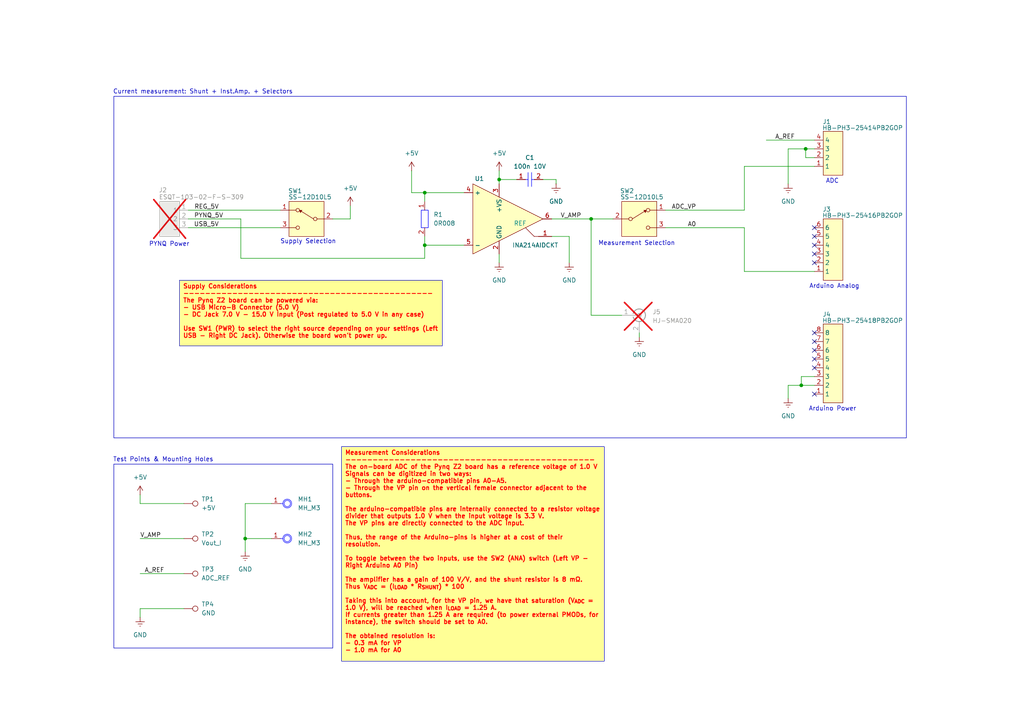
<source format=kicad_sch>
(kicad_sch (version 20231120) (generator "eeschema") (generator_version "8.0")
  (paper "A4")
  (title_block (title "Pynq Power Ranger") (date "2024-06-19") (rev "0") (company "EPFL, Embedded Systems Laboratory") (comment 1 "Author: Taraneh Aminosharieh Najafi") (comment 2 "Author: Miguel Peón Quirós") (comment 3 "Author: Ruben Rodriguez Alvarez") (comment 4 "Author: Alejandro Lopez Rodriguez"))
  (lib_symbols
    (symbol "PYNQ_SchLib:C0805C104M3RACTU"
      (property "Reference" "C" (at -4.826 5.588 0))
      (property "Value" "100n 10V" (at -4.826 3.302 0))
      (symbol "C0805C104M3RACTU_1_1"
        (polyline (pts (xy -1.27 0) (xy -0.508 0)) (stroke (width 0) (color 0 0 255 1)))
        (polyline (pts (xy -0.508 2.032) (xy -0.508 -2.032)) (stroke (width 0) (color 0 0 255 1)))
        (polyline (pts (xy 0.508 2.032) (xy 0.508 -2.032)) (stroke (width 0) (color 0 0 255 1)))
        (polyline (pts (xy 1.27 0) (xy 0.508 0)) (stroke (width 0) (color 0 0 255 1)))
        (pin passive line (at -3.81 0 0) (length 2.54) (name "") (number "1"))
        (pin passive line (at 3.81 0 180) (length 2.54) (name "") (number "2"))
      )
    )
    (symbol "PYNQ_SchLib:ESQT-103-02-F-S-309"
      (property "Reference" "J" (at 0.254 2.794 0))
      (property "Value" "ESQT-103-02-F-S-309" (at 11.938 1.016 0))
      (symbol "ESQT-103-02-F-S-309_0_1"
        (rectangle (start 0 0) (end 5.715 -10.16) (stroke (width 0) (color 128 0 0 1)) (fill (type background)))
      )
      (symbol "ESQT-103-02-F-S-309_1_1"
        (pin passive line (at -2.54 -2.54 0) (length 2.54) (name "1") (number "1"))
        (pin passive line (at -2.54 -5.08 0) (length 2.54) (name "2") (number "2"))
        (pin passive line (at -2.54 -7.62 0) (length 2.54) (name "3") (number "3"))
      )
    )
    (symbol "PYNQ_SchLib:HB-PH3-25414PB2GOP"
      (property "Reference" "J" (at 0.254 2.794 0))
      (property "Value" "HB-PH3-25414PB2GOP" (at 11.43 1.016 0))
      (symbol "HB-PH3-25414PB2GOP_0_1"
        (rectangle (start 0 0) (end 5.715 -12.7) (stroke (width 0) (color 128 0 0 1)) (fill (type background)))
      )
      (symbol "HB-PH3-25414PB2GOP_1_1"
        (pin passive line (at -2.54 -2.54 0) (length 2.54) (name "1") (number "1"))
        (pin passive line (at -2.54 -5.08 0) (length 2.54) (name "2") (number "2"))
        (pin passive line (at -2.54 -7.62 0) (length 2.54) (name "3") (number "3"))
        (pin passive line (at -2.54 -10.16 0) (length 2.54) (name "4") (number "4"))
      )
    )
    (symbol "PYNQ_SchLib:HB-PH3-25416PB2GOP"
      (property "Reference" "J" (at 0.254 2.794 0))
      (property "Value" "HB-PH3-25416PB2GOP" (at 11.43 1.016 0))
      (symbol "HB-PH3-25416PB2GOP_0_1"
        (rectangle (start 0 0) (end 5.715 -17.78) (stroke (width 0) (color 128 0 0 1)) (fill (type background)))
      )
      (symbol "HB-PH3-25416PB2GOP_1_1"
        (pin passive line (at -2.54 -2.54 0) (length 2.54) (name "1") (number "1"))
        (pin passive line (at -2.54 -5.08 0) (length 2.54) (name "2") (number "2"))
        (pin passive line (at -2.54 -7.62 0) (length 2.54) (name "3") (number "3"))
        (pin passive line (at -2.54 -10.16 0) (length 2.54) (name "4") (number "4"))
        (pin passive line (at -2.54 -12.7 0) (length 2.54) (name "5") (number "5"))
        (pin passive line (at -2.54 -15.24 0) (length 2.54) (name "6") (number "6"))
      )
    )
    (symbol "PYNQ_SchLib:HB-PH3-25418PB2GOP"
      (property "Reference" "J" (at 0.508 2.794 0))
      (property "Value" "HB-PH3-25418PB2GOP" (at 11.684 1.016 0))
      (symbol "HB-PH3-25418PB2GOP_0_1"
        (rectangle (start 0 0) (end 5.715 -22.86) (stroke (width 0) (color 128 0 0 1)) (fill (type background)))
      )
      (symbol "HB-PH3-25418PB2GOP_1_1"
        (pin passive line (at -2.54 -2.54 0) (length 2.54) (name "1") (number "1"))
        (pin passive line (at -2.54 -5.08 0) (length 2.54) (name "2") (number "2"))
        (pin passive line (at -2.54 -7.62 0) (length 2.54) (name "3") (number "3"))
        (pin passive line (at -2.54 -10.16 0) (length 2.54) (name "4") (number "4"))
        (pin passive line (at -2.54 -12.7 0) (length 2.54) (name "5") (number "5"))
        (pin passive line (at -2.54 -15.24 0) (length 2.54) (name "6") (number "6"))
        (pin passive line (at -2.54 -17.78 0) (length 2.54) (name "7") (number "7"))
        (pin passive line (at -2.54 -20.32 0) (length 2.54) (name "8") (number "8"))
      )
    )
    (symbol "PYNQ_SchLib:HJ-SMA020"
      (property "Reference" "J" (at -4.826 5.588 0))
      (property "Value" "HJ-SMA020" (at -4.826 3.302 0))
      (symbol "HJ-SMA020_0_1"
        (arc (start -1.778 -0.508) (mid 0.2311 -1.8066) (end 1.778 0) (stroke (width 0.254)))
        (polyline (pts (xy -2.54 0) (xy -0.508 0)))
        (polyline (pts (xy 0 -2.54) (xy 0 -1.778)))
        (circle (center 0 0) (radius 0.508) (stroke (width 0.2032)))
        (arc (start 1.778 0) (mid 0.2099 1.8101) (end -1.778 0.508) (stroke (width 0.254)))
      )
      (symbol "HJ-SMA020_1_1"
        (pin passive line (at -5.08 0 0) (length 2.54) (name "~") (number "1"))
        (pin passive line (at 0 -5.08 90) (length 2.54) (name "~") (number "2"))
      )
    )
    (symbol "PYNQ_SchLib:INA214AIDCKT"
      (property "Reference" "U" (at 0.508 2.794 0))
      (property "Value" "INA214AIDCKT" (at 17.018 -18.542 0))
      (symbol "INA214AIDCKT_0_1"
        (polyline (pts (xy 15.24 -12.7) (xy 17.78 -15.24)))
      )
      (symbol "INA214AIDCKT_1_1"
        (polyline (pts (xy 19.05 -15.24) (xy 17.78 -15.24)))
        (polyline (pts (xy 0 0) (xy 0 -20.32) (xy 20.32 -10.16) (xy 0 0)) (stroke (width 0) (color 128 0 0 1)) (fill (type background)))
        (text "REF" (at 13.716 -11.43 0) (effects (font (size 1.27 1.27))))
        (pin passive line (at 22.86 -15.24 180) (length 3.81) (name "~") (number "1"))
        (pin input line (at 7.62 -20.32 90) (length 3.81) (name "GND") (number "2"))
        (pin input line (at 7.62 0 270) (length 3.81) (name "+VS") (number "3"))
        (pin input line (at -2.54 -2.54 0) (length 2.54) (name "+") (number "4"))
        (pin input line (at -2.54 -17.78 0) (length 2.54) (name "-") (number "5"))
        (pin output line (at 22.86 -10.16 180) (length 2.54) (name "~") (number "6"))
      )
    )
    (symbol "PYNQ_SchLib:MH_M3"
      (property "Reference" "MH" (at -1.524 4.826 0))
      (property "Value" "MH_M3" (at -1.524 3.048 0))
      (symbol "MH_M3_0_1"
        (polyline (pts (xy -1.27 0) (xy -0.508 0)) (stroke (width 0) (color 0 0 255 1)))
        (circle (center 0.762 0) (radius 0.9158) (stroke (width 0) (color 0 0 255 1)))
        (circle (center 0.762 0) (radius 1.27) (stroke (width 0) (color 0 0 255 1)))
      )
      (symbol "MH_M3_1_1"
        (pin passive line (at -3.81 0 0) (length 2.54) (name "") (number "1"))
      )
    )
    (symbol "PYNQ_SchLib:PA0805FRE470R008L"
      (property "Reference" "R" (at -2.794 5.334 0))
      (property "Value" "0R008" (at -2.794 3.048 0))
      (symbol "PA0805FRE470R008L_0_1"
        (rectangle (start -2.54 1.016) (end 2.54 -1.016) (stroke (width 0) (color 0 0 255 1)))
      )
      (symbol "PA0805FRE470R008L_1_1"
        (pin passive line (at -5.08 0 0) (length 2.54) (name "") (number "1"))
        (pin passive line (at 5.08 0 180) (length 2.54) (name "") (number "2"))
      )
    )
    (symbol "PYNQ_SchLib:SS-12D10L5 "
      (property "Reference" "SW" (at 1.016 3.048 0))
      (property "Value" "SS-12D10L5 " (at 6.35 1.27 0))
      (symbol "SS-12D10L5 _0_1"
        (rectangle (start 0 0) (end 10.16 -10.16) (stroke (width 0) (color 128 0 0 1)) (fill (type background)))
        (circle (center 2.54 -7.62) (radius 0.508))
        (circle (center 2.54 -2.54) (radius 0.508))
        (circle (center 7.62 -5.08) (radius 0.508))
      )
      (symbol "SS-12D10L5 _1_1"
        (polyline (pts (xy 0 -7.62) (xy 2.032 -7.62)))
        (polyline (pts (xy 0 -2.54) (xy 2.032 -2.54)))
        (polyline (pts (xy 7.112 -5.08) (xy 3.048 -2.54)))
        (polyline (pts (xy 10.16 -5.08) (xy 8.128 -5.08)))
        (polyline (pts (xy 3.81 -2.54) (xy 3.302 -3.302) (xy 3.048 -2.54) (xy 3.81 -2.54)) (stroke (width 0.0508)) (fill (type color) (color 132 0 0 1)))
        (pin passive line (at -2.54 -2.54 0) (length 2.54) (name "~") (number "1"))
        (pin passive line (at 12.7 -5.08 180) (length 2.54) (name "~") (number "2"))
        (pin passive line (at -2.54 -7.62 0) (length 2.54) (name "~") (number "3"))
      )
    )
    (symbol "PYNQ_SchLib:TestPoint" (pin_numbers hide) (pin_names (offset 0.762) hide)
      (property "Reference" "TP" (at 0 6.858 0))
      (property "Value" "TestPoint" (at 0 5.08 0))
      (symbol "TestPoint_0_1"
        (circle (center 0 3.302) (radius 0.762))
      )
      (symbol "TestPoint_1_1"
        (pin passive line (at 0 0 90) (length 2.54) (name "1") (number "1"))
      )
    )
    (symbol "power:+3.3V" (power) (pin_numbers hide) (pin_names (offset 0) hide)
      (property "Value" "+3.3V" (at 0 3.556 0))
      (symbol "+3.3V_0_1"
        (polyline (pts (xy -0.762 1.27) (xy 0 2.54)))
        (polyline (pts (xy 0 0) (xy 0 2.54)))
        (polyline (pts (xy 0 2.54) (xy 0.762 1.27)))
      )
      (symbol "+3.3V_1_1"
        (pin power_in line (at 0 0 90) (length 0) (name "~") (number "1"))
      )
    )
    (symbol "power:Earth" (power) (pin_numbers hide) (pin_names (offset 0) hide)
      (property "Value" "Earth" (at 0 -3.81 0))
      (symbol "Earth_0_1"
        (polyline (pts (xy -0.635 -1.905) (xy 0.635 -1.905)))
        (polyline (pts (xy -0.127 -2.54) (xy 0.127 -2.54)))
        (polyline (pts (xy 0 -1.27) (xy 0 0)))
        (polyline (pts (xy 1.27 -1.27) (xy -1.27 -1.27)))
      )
      (symbol "Earth_1_1"
        (pin power_in line (at 0 0 270) (length 0) (name "~") (number "1"))
      )
    )
  )
  (junction (at 123.19 71.12))
  (junction (at 233.68 43.18))
  (junction (at 144.78 52.07))
  (junction (at 232.41 111.76))
  (junction (at 71.12 156.21))
  (junction (at 171.45 63.5))
  (junction (at 123.19 55.88))
  (no_connect (at 236.22 106.68))
  (no_connect (at 236.22 114.3))
  (no_connect (at 236.22 76.2))
  (no_connect (at 236.22 66.04))
  (no_connect (at 236.22 99.06))
  (no_connect (at 236.22 104.14))
  (no_connect (at 236.22 101.6))
  (no_connect (at 236.22 96.52))
  (no_connect (at 236.22 68.58))
  (no_connect (at 236.22 73.66))
  (no_connect (at 236.22 71.12))
  (wire (pts (xy 236.22 48.26) (xy 215.9 48.26)))
  (wire (pts (xy 101.6 59.69) (xy 101.6 63.5)))
  (wire (pts (xy 228.6 53.34) (xy 228.6 43.18)))
  (wire (pts (xy 134.62 55.88) (xy 123.19 55.88)))
  (wire (pts (xy 165.1 68.58) (xy 160.02 68.58)))
  (wire (pts (xy 177.8 63.5) (xy 171.45 63.5)))
  (wire (pts (xy 71.12 156.21) (xy 71.12 160.02)))
  (wire (pts (xy 123.19 71.12) (xy 123.19 68.58)))
  (wire (pts (xy 236.22 109.22) (xy 232.41 109.22)))
  (wire (pts (xy 134.62 71.12) (xy 123.19 71.12)))
  (wire (pts (xy 193.04 66.04) (xy 215.9 66.04)))
  (wire (pts (xy 54.61 66.04) (xy 81.28 66.04)))
  (wire (pts (xy 123.19 71.12) (xy 123.19 74.93)))
  (wire (pts (xy 144.78 49.53) (xy 144.78 52.07)))
  (wire (pts (xy 54.61 63.5) (xy 69.85 63.5)))
  (wire (pts (xy 185.42 96.52) (xy 185.42 97.79)))
  (wire (pts (xy 157.48 52.07) (xy 161.29 52.07)))
  (wire (pts (xy 144.78 52.07) (xy 144.78 53.34)))
  (wire (pts (xy 171.45 91.44) (xy 171.45 63.5)))
  (wire (pts (xy 232.41 111.76) (xy 228.6 111.76)))
  (wire (pts (xy 236.22 111.76) (xy 232.41 111.76)))
  (wire (pts (xy 228.6 43.18) (xy 233.68 43.18)))
  (wire (pts (xy 96.52 63.5) (xy 101.6 63.5)))
  (wire (pts (xy 123.19 74.93) (xy 69.85 74.93)))
  (wire (pts (xy 69.85 74.93) (xy 69.85 63.5)))
  (wire (pts (xy 232.41 109.22) (xy 232.41 111.76)))
  (wire (pts (xy 171.45 63.5) (xy 160.02 63.5)))
  (wire (pts (xy 40.64 156.21) (xy 53.34 156.21)))
  (wire (pts (xy 180.34 91.44) (xy 171.45 91.44)))
  (wire (pts (xy 193.04 60.96) (xy 215.9 60.96)))
  (wire (pts (xy 40.64 146.05) (xy 53.34 146.05)))
  (wire (pts (xy 40.64 176.53) (xy 40.64 179.07)))
  (wire (pts (xy 236.22 45.72) (xy 233.68 45.72)))
  (wire (pts (xy 215.9 60.96) (xy 215.9 48.26)))
  (wire (pts (xy 144.78 52.07) (xy 149.86 52.07)))
  (wire (pts (xy 233.68 43.18) (xy 233.68 45.72)))
  (wire (pts (xy 123.19 55.88) (xy 123.19 58.42)))
  (wire (pts (xy 215.9 78.74) (xy 236.22 78.74)))
  (wire (pts (xy 78.74 156.21) (xy 71.12 156.21)))
  (wire (pts (xy 40.64 143.51) (xy 40.64 146.05)))
  (wire (pts (xy 71.12 146.05) (xy 71.12 156.21)))
  (wire (pts (xy 165.1 76.2) (xy 165.1 68.58)))
  (wire (pts (xy 228.6 115.57) (xy 228.6 111.76)))
  (wire (pts (xy 215.9 66.04) (xy 215.9 78.74)))
  (wire (pts (xy 144.78 73.66) (xy 144.78 76.2)))
  (wire (pts (xy 54.61 60.96) (xy 81.28 60.96)))
  (wire (pts (xy 222.25 40.64) (xy 236.22 40.64)))
  (wire (pts (xy 78.74 146.05) (xy 71.12 146.05)))
  (wire (pts (xy 236.22 43.18) (xy 233.68 43.18)))
  (wire (pts (xy 119.38 55.88) (xy 123.19 55.88)))
  (wire (pts (xy 40.64 176.53) (xy 53.34 176.53)))
  (wire (pts (xy 40.64 166.37) (xy 53.34 166.37)))
  (wire (pts (xy 119.38 49.53) (xy 119.38 55.88)))
  (wire (pts (xy 161.29 52.07) (xy 161.29 53.34)))
  (rectangle (start 33.02 27.94) (end 262.89 127))
  (rectangle (start 33.02 134.62) (end 96.52 187.96))
  (text_box "Supply Considerations\n----------------------------------------------\nThe Pynq Z2 board can be powered via:\n- USB Micro-B Connector (5.0 V)\n- DC Jack 7.0 V - 15.0 V Input (Post regulated to 5.0 V in any case)\n\nUse SW1 (PWR) to select the right source depending on your settings (Left USB - Right DC Jack). Otherwise the board won't power up.\n\n" (at 52.07 81.28 0) (size 76.2 19.05) (fill (type color) (color 255 255 150 1)) (effects (font (size 1.27 1.27) (thickness 0.254) (bold yes)) (justify left top)))
  (text_box "Measurement Considerations\n----------------------------------------------\nThe on-board ADC of the Pynq Z2 board has a reference voltage of 1.0 V\nSignals can be digitized in two ways:\n- Through the arduino-compatible pins A0-A5.\n- Through the VP pin on the vertical female connector adjacent to the buttons.\n\nThe arduino-compatible pins are internally connected to a resistor voltage divider that outputs 1.0 V when the input voltage is 3.3 V.\nThe VP pins are directly connected to the ADC input.\n\nThus, the range of the Arduino-pins is higher at a cost of their resolution.\n\nTo toggle between the two inputs, use the SW2 (ANA) switch (Left VP - Right Arduino A0 Pin)\n\nThe amplifier has a gain of 100 V/V, and the shunt resistor is 8 mΩ. \nThus V_{ADC} = (I_{LOAD} * R_{SHUNT}) * 100\n\nTaking this into account, for the VP pin, we have that saturation (V_{ADC} = 1.0 V), will be reached when I_{LOAD} = 1.25 A. \nIf currents greater than 1.25 A are required (to power external PMODs, for instance), the switch should be set to A0. \n\nThe obtained resolution is:\n- 0.3 mA for VP\n- 1.0 mA for A0\n\n" (at 99.06 129.54 0) (size 76.2 62.23) (fill (type color) (color 255 255 150 1)) (effects (font (size 1.27 1.27) (thickness 0.254) (bold yes)) (justify left top)))
  (text "Arduino Power" (at 248.412 119.38 0) (effects (font (size 1.27 1.27)) (justify right bottom)))
  (text "Current measurement: Shunt + Inst.Amp. + Selectors" (at 32.766 27.432 0) (effects (font (size 1.27 1.27)) (justify left bottom)))
  (text "ADC\n" (at 243.332 53.34 0) (effects (font (size 1.27 1.27)) (justify right bottom)))
  (text "Arduino Analog" (at 234.696 83.82 0) (effects (font (size 1.27 1.27)) (justify left bottom)))
  (text "Measurement Selection" (at 195.834 71.374 0) (effects (font (size 1.27 1.27)) (justify right bottom)))
  (text "Supply Selection" (at 81.28 70.866 0) (effects (font (size 1.27 1.27)) (justify left bottom)))
  (text "Test Points & Mounting Holes" (at 32.766 134.112 0) (effects (font (size 1.27 1.27)) (justify left bottom)))
  (text "PYNQ Power" (at 43.18 71.628 0) (effects (font (size 1.27 1.27)) (justify left bottom)))
  (label "A_REF" (at 224.79 40.64 0))
  (label "V_AMP" (at 162.56 63.5 0))
  (label "A_REF" (at 41.91 166.37 0))
  (label "PYNQ_5V" (at 64.77 63.5 180))
  (label "A0" (at 201.93 66.04 180))
  (label "REG_5V" (at 63.5 60.96 180))
  (label "V_AMP" (at 40.64 156.21 0))
  (label "ADC_VP" (at 201.93 60.96 180))
  (label "USB_5V" (at 63.5 66.04 180))
  (symbol (lib_id "power:Earth") (at 165.1 76.2 0) (unit 1)
    (property "Reference" "#PWR07" (effects (hide yes)))
    (property "Value" "GND" (at 165.1 81.28 0))
    (property "Description" "Power symbol creates a global label with name \"Earth\"" (effects (hide yes)))
  )
  (symbol (lib_id "PYNQ_SchLib:C0805C104M3RACTU") (at 153.67 52.07 0) (unit 1)
    (property "Reference" "C1" (at 153.67 45.72 0))
    (property "Value" "100n 10V" (at 153.67 48.26 0))
    (property "Footprint" "PYNQ_PcbLib:C0805" (effects (hide yes)))
    (property "Datasheet" "https://www.lcsc.com/datasheet/lcsc_datasheet_2304140030_KEMET-C0805C104M3RACTU_C2168659.pdf" (effects (hide yes)))
    (property "Description" "25V 100nF X7R ±20% 0805 Multilayer Ceramic Capacitors MLCC - SMD/SMT ROHS" (effects (hide yes)))
    (property "MPN" "C0805C104M3RACTU" (effects (hide yes)))
    (property "LCSC" "C2168659" (effects (hide yes)))
  )
  (symbol (lib_id "PYNQ_SchLib:TestPoint") (at 53.34 166.37 270) (unit 1) (in_bom no)
    (property "Reference" "TP3" (at 58.42 165.0999 90) (effects (justify left)))
    (property "Value" "ADC_REF" (at 58.42 167.6399 90) (effects (justify left)))
    (property "Footprint" "PYNQ_PcbLib:TestPoint_Pad_D2.0mm" (effects (hide yes)))
    (property "Description" "test point" (effects (hide yes)))
  )
  (symbol (lib_id "PYNQ_SchLib:HB-PH3-25414PB2GOP") (at 238.76 50.8 0) (mirror x) (unit 1)
    (property "Reference" "J1" (at 239.776 35.306 0))
    (property "Value" "HB-PH3-25414PB2GOP" (at 250.19 37.084 0))
    (property "Footprint" "PYNQ_PcbLib:4-Row_Header_2.54mm" (effects (hide yes)))
    (property "Datasheet" "https://www.lcsc.com/datasheet/lcsc_datasheet_2312301326_Hanbo-Electronic-HB-PH3-25414PB2GOP_C6332197.pdf" (effects (hide yes)))
    (property "Description" "Gold 250V 3A Direct Insert Policy 2.54mm 4P 260℃ 6mm -40℃~+105℃ 3mm 2.54mm Brass Black Single Row 1x4P 2.54mm Plugin,P=2.54mm Pin Headers ROHS" (effects (hide yes)))
    (property "MPN" "HB-PH3-25414PB2GOP" (effects (hide yes)))
    (property "LCSC" "C6332197" (effects (hide yes)))
  )
  (symbol (lib_id "power:Earth") (at 144.78 76.2 0) (unit 1)
    (property "Reference" "#PWR06" (effects (hide yes)))
    (property "Value" "GND" (at 144.78 81.28 0))
    (property "Description" "Power symbol creates a global label with name \"Earth\"" (effects (hide yes)))
  )
  (symbol (lib_id "PYNQ_SchLib:MH_M3") (at 82.55 146.05 0) (unit 1) (in_bom no)
    (property "Reference" "MH1" (at 86.36 144.7799 0) (effects (justify left)))
    (property "Value" "MH_M3" (at 86.36 147.3199 0) (effects (justify left)))
    (property "Footprint" "PYNQ_PcbLib:MH_M3" (effects (hide yes)))
    (property "Description" "Mounting Hole M3" (effects (hide yes)))
  )
  (symbol (lib_id "PYNQ_SchLib:TestPoint") (at 53.34 176.53 270) (unit 1) (in_bom no)
    (property "Reference" "TP4" (at 58.42 175.2599 90) (effects (justify left)))
    (property "Value" "GND" (at 58.42 177.7999 90) (effects (justify left)))
    (property "Footprint" "PYNQ_PcbLib:TestPoint_Pad_D2.0mm" (effects (hide yes)))
    (property "Description" "test point" (effects (hide yes)))
  )
  (symbol (lib_id "PYNQ_SchLib:TestPoint") (at 53.34 146.05 270) (unit 1) (in_bom no)
    (property "Reference" "TP1" (at 58.42 144.7799 90) (effects (justify left)))
    (property "Value" "+5V" (at 58.42 147.3199 90) (effects (justify left)))
    (property "Footprint" "PYNQ_PcbLib:TestPoint_Pad_D2.0mm" (effects (hide yes)))
    (property "Description" "test point" (effects (hide yes)))
  )
  (symbol (lib_id "PYNQ_SchLib:MH_M3") (at 82.55 156.21 0) (unit 1) (in_bom no)
    (property "Reference" "MH2" (at 86.36 154.9399 0) (effects (justify left)))
    (property "Value" "MH_M3" (at 86.36 157.4799 0) (effects (justify left)))
    (property "Footprint" "PYNQ_PcbLib:MH_M3" (effects (hide yes)))
    (property "Description" "Mounting Hole M3" (effects (hide yes)))
  )
  (symbol (lib_id "power:+3.3V") (at 144.78 49.53 0) (unit 1)
    (property "Reference" "#PWR02" (effects (hide yes)))
    (property "Value" "+5V" (at 144.78 44.45 0))
    (property "Description" "Power symbol creates a global label with name \"+3.3V\"" (effects (hide yes)))
  )
  (symbol (lib_id "power:Earth") (at 228.6 115.57 0) (mirror y) (unit 1)
    (property "Reference" "#PWR08" (effects (hide yes)))
    (property "Value" "GND" (at 228.6 120.65 0))
    (property "Description" "Power symbol creates a global label with name \"Earth\"" (effects (hide yes)))
  )
  (symbol (lib_id "PYNQ_SchLib:INA214AIDCKT") (at 137.16 53.34 0) (unit 1)
    (property "Reference" "U1" (at 137.668 51.816 0) (effects (justify left)))
    (property "Value" "INA214AIDCKT" (at 148.59 71.12 0) (effects (justify left)))
    (property "Footprint" "PYNQ_PcbLib:SC70-6" (effects (hide yes)))
    (property "Datasheet" "https://www.ti.com/lit/gpn/ina214" (effects (hide yes)))
    (property "Description" "Current Sense Amplifiers Hi/Lo-Side Bi-Dir 0- Drift Ser Crnt Shunt" (effects (hide yes)))
    (property "MPN" "INA214AIDCKT" (effects (hide yes)))
    (property "LCSC" "C105240" (effects (hide yes)))
  )
  (symbol (lib_id "power:Earth") (at 40.64 179.07 0) (unit 1)
    (property "Reference" "#PWR011" (effects (hide yes)))
    (property "Value" "GND" (at 40.64 184.15 0))
    (property "Description" "Power symbol creates a global label with name \"Earth\"" (effects (hide yes)))
  )
  (symbol (lib_id "power:+3.3V") (at 101.6 59.69 0) (unit 1)
    (property "Reference" "#PWR05" (effects (hide yes)))
    (property "Value" "+5V" (at 101.6 54.61 0))
    (property "Description" "Power symbol creates a global label with name \"+3.3V\"" (effects (hide yes)))
  )
  (symbol (lib_id "power:+3.3V") (at 119.38 49.53 0) (unit 1)
    (property "Reference" "#PWR01" (effects (hide yes)))
    (property "Value" "+5V" (at 119.38 44.45 0))
    (property "Description" "Power symbol creates a global label with name \"+3.3V\"" (effects (hide yes)))
  )
  (symbol (lib_id "PYNQ_SchLib:SS-12D10L5 ") (at 83.82 58.42 0) (unit 1)
    (property "Reference" "SW1" (at 85.598 55.372 0))
    (property "Value" "SS-12D10L5" (at 89.916 57.15 0))
    (property "Footprint" "PYNQ_PcbLib:SS-12D10L5" (effects (hide yes)))
    (property "Datasheet" "https://www.lcsc.com/datasheet/lcsc_datasheet_2409302232_XKB-Connection-SS-12D10L5_C319012.pdf" (effects (hide yes)))
    (property "Description" "3A Direct Insert Single Pole Double Throw (SPDT) 125V 125V 3A 10,000 times Black Plugin Slide Switches ROHS" (effects (hide yes)))
    (property "MPN" "SS-12D10L5 " (effects (hide yes)))
    (property "LCSC" "C319012" (effects (hide yes)))
  )
  (symbol (lib_id "power:Earth") (at 71.12 160.02 0) (unit 1)
    (property "Reference" "#PWR010" (effects (hide yes)))
    (property "Value" "GND" (at 71.12 165.1 0))
    (property "Description" "Power symbol creates a global label with name \"Earth\"" (effects (hide yes)))
  )
  (symbol (lib_id "PYNQ_SchLib:TestPoint") (at 53.34 156.21 270) (unit 1) (in_bom no)
    (property "Reference" "TP2" (at 58.42 154.9399 90) (effects (justify left)))
    (property "Value" "Vout_I" (at 58.42 157.4799 90) (effects (justify left)))
    (property "Footprint" "PYNQ_PcbLib:TestPoint_Pad_D2.0mm" (effects (hide yes)))
    (property "Description" "test point" (effects (hide yes)))
  )
  (symbol (lib_id "PYNQ_SchLib:HJ-SMA020") (at 185.42 91.44 0) (unit 1) (in_bom no) (dnp yes)
    (property "Reference" "J5" (at 189.23 90.4631 0) (effects (justify left)))
    (property "Value" "HJ-SMA020" (at 189.23 93.0031 0) (effects (justify left)))
    (property "Footprint" "PYNQ_PcbLib:HJ-SMA020" (effects (hide yes)))
    (property "Datasheet" "https://www.lcsc.com/datasheet/lcsc_datasheet_2410010002_HJ-Tech-HJ-SMA020_C1509233.pdf" (effects (hide yes)))
    (property "Description" "1 Inner Hole SMA Board-End Elbow 8.1mm 5.35mm Plugin Coaxial Connectors (RF) ROHS" (effects (hide yes)))
    (property "MPN" "HJ-SMA020" (effects (hide yes)))
    (property "LCSC" "C1509232" (effects (hide yes)))
  )
  (symbol (lib_id "PYNQ_SchLib:ESQT-103-02-F-S-309") (at 52.07 58.42 0) (mirror y) (unit 1) (dnp yes)
    (property "Reference" "J2" (at 47.244 55.118 0))
    (property "Value" "ESQT-103-02-F-S-309" (at 58.42 57.15 0))
    (property "Footprint" "PYNQ_PcbLib:ESQT-103-02-F-S-309" (effects (hide yes)))
    (property "Datasheet" "https://www.mouser.es/datasheet/2/527/esqt_th-2854210.pdf" (effects (hide yes)))
    (property "Description" "Headers & Wire Housings FleXYZ Flexible-Height Socket Strip, 2.00mm Pitch" (effects (hide yes)))
    (property "MPN" "ESQT-103-02-F-S-309" (effects (hide yes)))
  )
  (symbol (lib_id "PYNQ_SchLib:HB-PH3-25418PB2GOP") (at 238.76 116.84 0) (mirror x) (unit 1)
    (property "Reference" "J4" (at 239.776 91.186 0))
    (property "Value" "HB-PH3-25418PB2GOP" (at 250.19 92.964 0))
    (property "Footprint" "PYNQ_PcbLib:8-Row_Header_2.54mm" (effects (hide yes)))
    (property "Datasheet" "https://www.lcsc.com/datasheet/lcsc_datasheet_2312301326_Hanbo-Electronic-HB-PH3-25418PB2GOP_C6332201.pdf" (effects (hide yes)))
    (property "Description" "Gold 250V 3A Direct Insert Policy 2.54mm 8P 260℃ 6mm -40℃~+105℃ 3mm 2.54mm Brass Black Single Row 2.54mm 1x8P Plugin,P=2.54mm Pin Headers ROHS" (effects (hide yes)))
    (property "MPN" "HB-PH3-25418PB2GOP" (effects (hide yes)))
    (property "LCSC" "C6332201" (effects (hide yes)))
  )
  (symbol (lib_id "PYNQ_SchLib:SS-12D10L5 ") (at 190.5 58.42 0) (mirror y) (unit 1)
    (property "Reference" "SW2" (at 181.864 55.372 0))
    (property "Value" "SS-12D10L5" (at 186.182 57.15 0))
    (property "Footprint" "PYNQ_PcbLib:SS-12D10L5" (effects (hide yes)))
    (property "Datasheet" "https://www.lcsc.com/datasheet/lcsc_datasheet_2409302232_XKB-Connection-SS-12D10L5_C319012.pdf" (effects (hide yes)))
    (property "Description" "3A Direct Insert Single Pole Double Throw (SPDT) 125V 125V 3A 10,000 times Black Plugin Slide Switches ROHS" (effects (hide yes)))
    (property "MPN" "SS-12D10L5 " (effects (hide yes)))
    (property "LCSC" "C319012" (effects (hide yes)))
  )
  (symbol (lib_id "PYNQ_SchLib:HB-PH3-25416PB2GOP") (at 238.76 81.28 0) (mirror x) (unit 1)
    (property "Reference" "J3" (at 239.776 60.706 0))
    (property "Value" "HB-PH3-25416PB2GOP" (at 250.19 62.484 0))
    (property "Footprint" "PYNQ_PcbLib:6-Row_Header_2.54mm" (effects (hide yes)))
    (property "Datasheet" "https://www.lcsc.com/datasheet/lcsc_datasheet_2312301326_Hanbo-Electronic-HB-PH3-25416PB2GOP_C6332199.pdf" (effects (hide yes)))
    (property "Description" "Gold 250V 3A Direct Insert Policy 2.54mm 6P 260℃ 6mm -40℃~+105℃ 3mm 2.54mm Brass Black Single Row 1x6P 2.54mm Plugin,P=2.54mm Pin Headers ROHS" (effects (hide yes)))
    (property "MPN" "HB-PH3-25416PB2GOP" (effects (hide yes)))
    (property "LCSC" "C6332199" (effects (hide yes)))
  )
  (symbol (lib_id "PYNQ_SchLib:PA0805FRE470R008L") (at 123.19 63.5 270) (unit 1)
    (property "Reference" "R1" (at 125.73 62.2299 90) (effects (justify left)))
    (property "Value" "0R008" (at 125.73 64.7699 90) (effects (justify left)))
    (property "Footprint" "PYNQ_PcbLib:R0805" (effects (hide yes)))
    (property "Datasheet" "https://www.lcsc.com/datasheet/lcsc_datasheet_2311211101_YAGEO-PE0805FRE470R02Z_C2935257.pdf" (effects (hide yes)))
    (property "Description" "500mW ±50ppm/℃ ±1% 8mΩ 0805 Chip Resistor - Surface Mount ROHS" (effects (hide yes)))
    (property "MPN" "PA0805FRE470R008L" (effects (hide yes)))
    (property "LCSC" "C728269" (effects (hide yes)))
  )
  (symbol (lib_id "power:Earth") (at 185.42 97.79 0) (mirror y) (unit 1)
    (property "Reference" "#PWR012" (effects (hide yes)))
    (property "Value" "GND" (at 185.42 102.87 0))
    (property "Description" "Power symbol creates a global label with name \"Earth\"" (effects (hide yes)))
  )
  (symbol (lib_id "power:Earth") (at 228.6 53.34 0) (mirror y) (unit 1)
    (property "Reference" "#PWR04" (effects (hide yes)))
    (property "Value" "GND" (at 228.6 58.42 0))
    (property "Description" "Power symbol creates a global label with name \"Earth\"" (effects (hide yes)))
  )
  (symbol (lib_id "power:+3.3V") (at 40.64 143.51 0) (unit 1)
    (property "Reference" "#PWR09" (effects (hide yes)))
    (property "Value" "+5V" (at 40.64 138.43 0))
    (property "Description" "Power symbol creates a global label with name \"+3.3V\"" (effects (hide yes)))
  )
  (symbol (lib_id "power:Earth") (at 161.29 53.34 0) (unit 1)
    (property "Reference" "#PWR03" (effects (hide yes)))
    (property "Value" "GND" (at 161.29 58.42 0))
    (property "Description" "Power symbol creates a global label with name \"Earth\"" (effects (hide yes)))
  )
)
</source>
